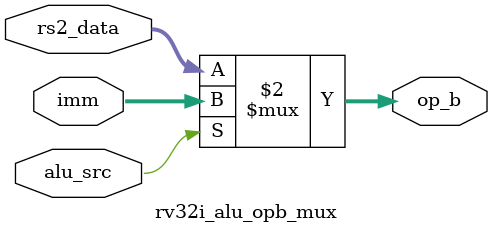
<source format=v>

module rv32i_alu_opb_mux (
    input  wire        alu_src,     // 1: use imm, 0: use rs2
    input  wire [31:0] rs2_data,    // rs2 from register file
    input  wire [31:0] imm,         // immediate (already sign-extended)
    output wire [31:0] op_b         // final operand B to ALU
);

    assign op_b = (alu_src == 1'b1) ? imm : rs2_data;

endmodule
 
</source>
